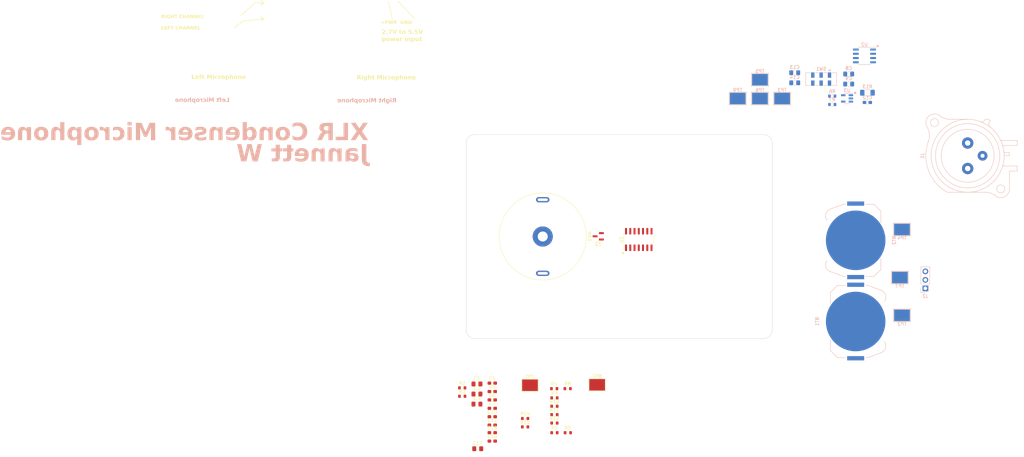
<source format=kicad_pcb>
(kicad_pcb (version 20221018) (generator pcbnew)
  (layers (0 "F.Cu" signal) (31 "B.Cu" signal) (34 "B.Paste" user) (35 "F.Paste" user) (36 "B.SilkS" user "B.Silkscreen") (37 "F.SilkS" user "F.Silkscreen") (38 "B.Mask" user) (39 "F.Mask" user) (44 "Edge.Cuts" user))
  (net 0 "")
  (net 1 "GND")
  (net 2 "Net-(Q1-S)")
  (net 3 "Net-(C15-Pad2)")
  (net 4 "/VBAT+")
  (net 5 "Net-(U1A-+)")
  (net 6 "Net-(U1C-+)")
  (net 7 "/RIGHT_MIC")
  (net 8 "Net-(C6-Pad2)")
  (net 9 "Net-(U1B--)")
  (net 10 "Net-(U1A--)")
  (net 11 "Net-(U1D--)")
  (net 12 "Net-(U1C--)")
  (net 13 "/VBAT-")
  (net 14 "+2.5V")
  (net 15 "Net-(C10-Pad2)")
  (net 16 "-2.5V")
  (net 17 "Net-(U2-BYP)")
  (net 18 "Net-(U1B-+)")
  (net 19 "Net-(C17-Pad2)")
  (net 23 "Net-(R14-Pad2)")
  (net 24 "Net-(U1D-+)")
  (net 25 "CGND")
  (net 26 "/VIN+")
  (net 27 "/VIN-")
  (footprint "Capacitor_SMD:C_0603_1608Metric_Pad1.08x0.95mm_HandSolder" (layer "F.Cu") (at 127.1565 140.279)
    (fp_text reference "C6" (at 0 -1.43) (layer "F.SilkS"))
    (fp_text value "3900pF")
    (fp_line (start -0.146267 -0.51) (end 0.146267 -0.51) (stroke (width 0.12)) (layer "F.SilkS"))
    (fp_line (start -0.146267 0.51) (end 0.146267 0.51) (stroke (width 0.12)) (layer "F.SilkS"))
    (pad "1" smd roundrect (at -0.8625 0) (size 1.075 0.95) (layers "F.Cu" "F.Paste" "F.Mask") (net 10 "Net-(U1A--)"))
    (pad "2" smd roundrect (at 0.8625 0) (size 1.075 0.95) (layers "F.Cu" "F.Paste" "F.Mask") (net 8 "Net-(C6-Pad2)"))
  )
  (footprint "Resistor_SMD:R_0603_1608Metric" (layer "F.Cu") (at 149.743 150.077)
    (fp_text reference "R5" (at 0 -1.43) (layer "F.SilkS"))
    (fp_text value "96.5K")
    (fp_line (start -0.237258 -0.5225) (end 0.237258 -0.5225) (stroke (width 0.12)) (layer "F.SilkS"))
    (fp_line (start -0.237258 0.5225) (end 0.237258 0.5225) (stroke (width 0.12)) (layer "F.SilkS"))
    (pad "1" smd roundrect (at -0.825 0) (size 0.8 0.95) (layers "F.Cu" "F.Paste" "F.Mask") (net 18 "Net-(U1B-+)"))
    (pad "2" smd roundrect (at 0.825 0) (size 0.8 0.95) (layers "F.Cu" "F.Paste" "F.Mask") (net 1 "GND"))
  )
  (footprint "Package_TO_SOT_SMD:SOT-23" (layer "F.Cu") (at 158.8285 91.379 180)
    (fp_text reference "Q1" (at 0 -2.4) (layer "F.SilkS"))
    (fp_text value "SST4416")
    (fp_line (start 0 -1.56) (end -1.675 -1.56) (stroke (width 0.12)) (layer "F.SilkS"))
    (fp_line (start 0 -1.56) (end 0.65 -1.56) (stroke (width 0.12)) (layer "F.SilkS"))
    (fp_line (start 0 1.56) (end -0.65 1.56) (stroke (width 0.12)) (layer "F.SilkS"))
    (fp_line (start 0 1.56) (end 0.65 1.56) (stroke (width 0.12)) (layer "F.SilkS"))
    (pad "1" smd roundrect (at -0.9375 -0.95 180) (size 1.475 0.6) (layers "F.Cu" "F.Paste" "F.Mask") (net 14 "+2.5V"))
    (pad "2" smd roundrect (at -0.9375 0.95 180) (size 1.475 0.6) (layers "F.Cu" "F.Paste" "F.Mask") (net 2 "Net-(Q1-S)"))
    (pad "3" smd roundrect (at 0.9375 0 180) (size 1.475 0.6) (layers "F.Cu" "F.Paste" "F.Mask") (net 7 "/RIGHT_MIC"))
  )
  (footprint "Jarrett_Footprint_Library:TestPoint_Keystone_5016_Compact" (layer "F.Cu") (at 158.496 135.763)
    (fp_text reference "TP8" (at 0 -2.54) (layer "F.SilkS"))
    (fp_text value "5016")
    (fp_line (start -2.54 -1.905) (end 2.54 -1.905) (stroke (width 0.15)) (layer "F.SilkS"))
    (fp_line (start -2.54 1.905) (end -2.54 -1.905) (stroke (width 0.15)) (layer "F.SilkS"))
    (fp_line (start 2.54 -1.905) (end 2.54 1.905) (stroke (width 0.15)) (layer "F.SilkS"))
    (fp_line (start 2.54 1.905) (end -2.54 1.905) (stroke (width 0.15)) (layer "F.SilkS"))
    (pad "1" smd rect (at 0 0) (size 4.699 3.429) (layers "F.Cu" "F.Paste" "F.Mask") (net 19 "Net-(C17-Pad2)"))
  )
  (footprint "Capacitor_SMD:C_0805_2012Metric_Pad1.18x1.45mm_HandSolder" (layer "F.Cu") (at 122.5765 138.519)
    (fp_text reference "C2" (at 0 -1.68) (layer "F.SilkS"))
    (fp_text value "10uF")
    (fp_line (start -0.261252 -0.735) (end 0.261252 -0.735) (stroke (width 0.12)) (layer "F.SilkS"))
    (fp_line (start -0.261252 0.735) (end 0.261252 0.735) (stroke (width 0.12)) (layer "F.SilkS"))
    (pad "1" smd roundrect (at -1.0375 0) (size 1.175 1.45) (layers "F.Cu" "F.Paste" "F.Mask") (roundrect_rratio 0.212766) (net 14 "+2.5V"))
    (pad "2" smd roundrect (at 1.0375 0) (size 1.175 1.45) (layers "F.Cu" "F.Paste" "F.Mask") (roundrect_rratio 0.212766) (net 1 "GND"))
  )
  (footprint "MountingHole:MountingHole_3.2mm_M3_ISO14580" (layer "F.Cu") (at 207.01 64.77)
    (fp_text reference "H3" hide)
    (fp_text value "MountingHole_Pad")
    (pad "" np_thru_hole circle (at 0 0) (size 3.2 3.2) (drill 3.2) (layers "*.Cu" "*.Mask"))
  )
  (footprint "Package_SO:SOIC-14_3.9x8.7mm_P1.27mm" (layer "F.Cu") (at 170.942 92.329 90)
    (fp_text reference "U1" (at 0 -5.28 90) (layer "F.SilkS"))
    (fp_text value "AD8618ARZ")
    (fp_line (start 0 -4.435) (end -3.45 -4.435) (stroke (width 0.12)) (layer "F.SilkS"))
    (fp_line (start 0 -4.435) (end 1.95 -4.435) (stroke (width 0.12)) (layer "F.SilkS"))
    (fp_line (start 0 4.435) (end -1.95 4.435) (stroke (width 0.12)) (layer "F.SilkS"))
    (fp_line (start 0 4.435) (end 1.95 4.435) (stroke (width 0.12)) (layer "F.SilkS"))
    (pad "1" smd roundrect (at -2.475 -3.81 90) (size 1.95 0.6) (layers "F.Cu" "F.Paste" "F.Mask") (net 8 "Net-(C6-Pad2)"))
    (pad "2" smd roundrect (at -2.475 -2.54 90) (size 1.95 0.6) (layers "F.Cu" "F.Paste" "F.Mask") (net 10 "Net-(U1A--)"))
    (pad "3" smd roundrect (at -2.475 -1.27 90) (size 1.95 0.6) (layers "F.Cu" "F.Paste" "F.Mask") (net 5 "Net-(U1A-+)"))
    (pad "4" smd roundrect (at -2.475 0 90) (size 1.95 0.6) (layers "F.Cu" "F.Paste" "F.Mask") (net 14 "+2.5V"))
    (pad "5" smd roundrect (at -2.475 1.27 90) (size 1.95 0.6) (layers "F.Cu" "F.Paste" "F.Mask") (net 18 "Net-(U1B-+)"))
    (pad "6" smd roundrect (at -2.475 2.54 90) (size 1.95 0.6) (layers "F.Cu" "F.Paste" "F.Mask") (net 9 "Net-(U1B--)"))
    (pad "7" smd roundrect (at -2.475 3.81 90) (size 1.95 0.6) (layers "F.Cu" "F.Paste" "F.Mask") (net 9 "Net-(U1B--)"))
    (pad "8" smd roundrect (at 2.475 3.81 90) (size 1.95 0.6) (layers "F.Cu" "F.Paste" "F.Mask") (net 12 "Net-(U1C--)"))
    (pad "9" smd roundrect (at 2.475 2.54 90) (size 1.95 0.6) (layers "F.Cu" "F.Paste" "F.Mask") (net 12 "Net-(U1C--)"))
    (pad "10" smd roundrect (at 2.475 1.27 90) (size 1.95 0.6) (layers "F.Cu" "F.Paste" "F.Mask") (net 6 "Net-(U1C-+)"))
    (pad "11" smd roundrect (at 2.475 0 90) (size 1.95 0.6) (layers "F.Cu" "F.Paste" "F.Mask") (net 16 "-2.5V"))
    (pad "12" smd roundrect (at 2.475 -1.27 90) (size 1.95 0.6) (layers "F.Cu" "F.Paste" "F.Mask") (net 24 "Net-(U1D-+)"))
    (pad "13" smd roundrect (at 2.475 -2.54 90) (size 1.95 0.6) (layers "F.Cu" "F.Paste" "F.Mask") (net 11 "Net-(U1D--)"))
    (pad "14" smd roundrect (at 2.475 -3.81 90) (size 1.95 0.6) (layers "F.Cu" "F.Paste" "F.Mask") (net 11 "Net-(U1D--)"))
  )
  (footprint "Resistor_SMD:R_0603_1608Metric" (layer "F.Cu") (at 145.733 147.193)
    (fp_text reference "R12" (at 0 -1.43) (layer "F.SilkS"))
    (fp_text value "1MEG")
    (fp_line (start -0.237258 -0.5225) (end 0.237258 -0.5225) (stroke (width 0.12)) (layer "F.SilkS"))
    (fp_line (start -0.237258 0.5225) (end 0.237258 0.5225) (stroke (width 0.12)) (layer "F.SilkS"))
    (pad "1" smd roundrect (at -0.825 0) (size 0.8 0.95) (layers "F.Cu" "F.Paste" "F.Mask") (net 19 "Net-(C17-Pad2)"))
    (pad "2" smd roundrect (at 0.825 0) (size 0.8 0.95) (layers "F.Cu" "F.Paste" "F.Mask") (net 1 "GND"))
  )
  (footprint "Resistor_SMD:R_0603_1608Metric" (layer "F.Cu") (at 136.97 145.826)
    (fp_text reference "R14" (at 0 -1.43) (layer "F.SilkS"))
    (fp_text value "0")
    (fp_line (start -0.237258 -0.5225) (end 0.237258 -0.5225) (stroke (width 0.12)) (layer "F.SilkS"))
    (fp_line (start -0.237258 0.5225) (end 0.237258 0.5225) (stroke (width 0.12)) (layer "F.SilkS"))
    (pad "1" smd roundrect (at -0.825 0) (size 0.8 0.95) (layers "F.Cu" "F.Paste" "F.Mask") (net 18 "Net-(U1B-+)"))
    (pad "2" smd roundrect (at 0.825 0) (size 0.8 0.95) (layers "F.Cu" "F.Paste" "F.Mask") (net 23 "Net-(R14-Pad2)"))
  )
  (footprint "Jarrett_Footprint_Library:JLI-2555BXZ3-GP" (layer "F.Cu") (at 142.24 91.44 -90)
    (fp_text reference "MK1" (at 0 -14 -90 unlocked) (layer "F.SilkS"))
    (fp_text value "JLI-2555BXZ3-GP")
    (fp_circle (center 0 0) (end 0 -13) (stroke (width 0.12)) (fill none) (layer "F.SilkS"))
    (pad "1" thru_hole circle (at 0 0) (size 6 6) (drill 3) (layers "*.Cu" "*.Mask") (net 7 "/RIGHT_MIC"))
    (pad "2" thru_hole oval (at -11 0) (size 4 1.524) (drill oval 3 0.762) (layers "*.Cu" "*.Mask") (net 1 "GND"))
    (pad "2" thru_hole oval (at 11 0) (size 4 1.524) (drill oval 3 0.762) (layers "*.Cu" "*.Mask") (net 1 "GND"))
  )
  (footprint "MountingHole:MountingHole_3.2mm_M3_ISO14580" (layer "F.Cu") (at 123.19 118.11)
    (fp_text reference "H1" hide)
    (fp_text value "MountingHole_Pad")
    (pad "" np_thru_hole circle (at 0 0) (size 3.2 3.2) (drill 3.2) (layers "*.Cu" "*.Mask"))
  )
  (footprint "Resistor_SMD:R_0603_1608Metric" (layer "F.Cu") (at 145.733 139.663)
    (fp_text reference "R9" (at 0 -1.43) (layer "F.SilkS"))
    (fp_text value "312K")
    (fp_line (start -0.237258 -0.5225) (end 0.237258 -0.5225) (stroke (width 0.12)) (layer "F.SilkS"))
    (fp_line (start -0.237258 0.5225) (end 0.237258 0.5225) (stroke (width 0.12)) (layer "F.SilkS"))
    (pad "1" smd roundrect (at -0.825 0) (size 0.8 0.95) (layers "F.Cu" "F.Paste" "F.Mask") (net 6 "Net-(U1C-+)"))
    (pad "2" smd roundrect (at 0.825 0) (size 0.8 0.95) (layers "F.Cu" "F.Paste" "F.Mask") (net 1 "GND"))
  )
  (footprint "Capacitor_SMD:C_0805_2012Metric_Pad1.18x1.45mm_HandSolder" (layer "F.Cu") (at 122.5765 141.529)
    (fp_text reference "C3" (at 0 -1.68) (layer "F.SilkS"))
    (fp_text value "10uF")
    (fp_line (start -0.261252 -0.735) (end 0.261252 -0.735) (stroke (width 0.12)) (layer "F.SilkS"))
    (fp_line (start -0.261252 0.735) (end 0.261252 0.735) (stroke (width 0.12)) (layer "F.SilkS"))
    (pad "1" smd roundrect (at -1.0375 0) (size 1.175 1.45) (layers "F.Cu" "F.Paste" "F.Mask") (roundrect_rratio 0.212766) (net 1 "GND"))
    (pad "2" smd roundrect (at 1.0375 0) (size 1.175 1.45) (layers "F.Cu" "F.Paste" "F.Mask") (roundrect_rratio 0.212766) (net 16 "-2.5V"))
  )
  (footprint "Jarrett_Footprint_Library:TestPoint_Keystone_5016_Compact" (layer "F.Cu") (at 138.43 135.89)
    (fp_text reference "TP1" (at 0 -2.54) (layer "F.SilkS"))
    (fp_text value "5016")
    (fp_line (start -2.54 -1.905) (end 2.54 -1.905) (stroke (width 0.15)) (layer "F.SilkS"))
    (fp_line (start -2.54 1.905) (end -2.54 -1.905) (stroke (width 0.15)) (layer "F.SilkS"))
    (fp_line (start 2.54 -1.905) (end 2.54 1.905) (stroke (width 0.15)) (layer "F.SilkS"))
    (fp_line (start 2.54 1.905) (end -2.54 1.905) (stroke (width 0.15)) (layer "F.SilkS"))
    (pad "1" smd rect (at 0 0) (size 4.699 3.429) (layers "F.Cu" "F.Paste" "F.Mask") (net 5 "Net-(U1A-+)"))
  )
  (footprint "Resistor_SMD:R_0603_1608Metric" (layer "F.Cu") (at 145.733 142.173)
    (fp_text reference "R10" (at 0 -1.43) (layer "F.SilkS"))
    (fp_text value "78.1K")
    (fp_line (start -0.237258 -0.5225) (end 0.237258 -0.5225) (stroke (width 0.12)) (layer "F.SilkS"))
    (fp_line (start -0.237258 0.5225) (end 0.237258 0.5225) (stroke (width 0.12)) (layer "F.SilkS"))
    (pad "1" smd roundrect (at -0.825 0) (size 0.8 0.95) (layers "F.Cu" "F.Paste" "F.Mask") (net 3 "Net-(C15-Pad2)"))
    (pad "2" smd roundrect (at 0.825 0) (size 0.8 0.95) (layers "F.Cu" "F.Paste" "F.Mask") (net 11 "Net-(U1D--)"))
  )
  (footprint "Resistor_SMD:R_0603_1608Metric" (layer "F.Cu") (at 145.733 150.077)
    (fp_text reference "R1" (at 0 -1.43) (layer "F.SilkS"))
    (fp_text value "2.21K")
    (fp_line (start -0.237258 -0.5225) (end 0.237258 -0.5225) (stroke (width 0.12)) (layer "F.SilkS"))
    (fp_line (start -0.237258 0.5225) (end 0.237258 0.5225) (stroke (width 0.12)) (layer "F.SilkS"))
    (pad "1" smd roundrect (at -0.825 0) (size 0.8 0.95) (layers "F.Cu" "F.Paste" "F.Mask") (net 2 "Net-(Q1-S)"))
    (pad "2" smd roundrect (at 0.825 0) (size 0.8 0.95) (layers "F.Cu" "F.Paste" "F.Mask") (net 1 "GND"))
  )
  (footprint "Capacitor_SMD:C_0603_1608Metric_Pad1.08x0.95mm_HandSolder" (layer "F.Cu") (at 127.1565 150.068)
    (fp_text reference "C15" (at 0 -1.43) (layer "F.SilkS"))
    (fp_text value "0.01uF")
    (fp_line (start -0.146267 -0.51) (end 0.146267 -0.51) (stroke (width 0.12)) (layer "F.SilkS"))
    (fp_line (start -0.146267 0.51) (end 0.146267 0.51) (stroke (width 0.12)) (layer "F.SilkS"))
    (pad "1" smd roundrect (at -0.8625 0) (size 1.075 0.95) (layers "F.Cu" "F.Paste" "F.Mask") (net 12 "Net-(U1C--)"))
    (pad "2" smd roundrect (at 0.8625 0) (size 1.075 0.95) (layers "F.Cu" "F.Paste" "F.Mask") (net 3 "Net-(C15-Pad2)"))
  )
  (footprint "Jarrett_Footprint_Library:Trans_Symbol" (layer "F.Cu") (at 55.88 67.31)
    (fp_text reference "SYMBOL1" hide)
    (fp_text value "~")
    (fp_circle (center 0 0) (end 0.508 0) (stroke (width 0.2)) (fill none) (layer "F.SilkS"))
    (fp_poly (pts (xy -1.016 -0.889) (xy -0.889 -0.889) (xy -0.889 -0.508) (xy -1.016 -0.508)) (fill solid) (layer "F.SilkS"))
    (fp_poly (pts (xy -0.508 -1.016) (xy -0.508 -0.889) (xy -0.889 -0.889) (xy -0.889 -1.016)) (fill solid) (layer "F.SilkS"))
    (fp_poly (pts (xy -0.381 -0.381) (xy -0.381 -0.254) (xy -1.016 -0.889) (xy -1.016 -1.016)) (fill solid) (layer "F.SilkS"))
    (fp_poly (pts (xy -0.381 -0.381) (xy -0.254 -0.381) (xy -0.889 -1.016) (xy -1.016 -1.016)) (fill solid) (layer "F.SilkS"))
    (fp_poly (pts (xy -0.3175 -0.6985) (xy -0.6985 -0.3175) (xy -0.8255 -0.4445) (xy -0.4445 -0.8255)) (fill solid) (layer "F.SilkS"))
    (fp_poly (pts (xy 0.1016 1.3462) (xy -0.1016 1.3462) (xy -0.1016 0.5842) (xy 0.1016 0.5842)) (fill solid) (layer "F.SilkS"))
    (fp_poly (pts (xy 0.3302 1.0414) (xy -0.3302 1.0414) (xy -0.3302 0.8636) (xy 0.3302 0.8636)) (fill solid) (layer "F.SilkS"))
    (fp_poly (pts (xy 0.381 -0.381) (xy 0.254 -0.381) (xy 0.889 -1.016) (xy 1.016 -1.016)) (fill solid) (layer "F.SilkS"))
    (fp_poly (pts (xy 0.381 -0.381) (xy 0.381 -0.254) (xy 1.016 -0.889) (xy 1.016 -1.016)) (fill solid) (layer "F.SilkS"))
    (fp_poly (pts (xy 0.889 -1.016) (xy 0.889 -0.889) (xy 0.508 -0.889) (xy 0.508 -1.016)) (fill solid) (layer "F.SilkS"))
    (fp_poly (pts (xy 1.016 -0.508) (xy 0.889 -0.508) (xy 0.889 -0.889) (xy 1.016 -0.889)) (fill solid) (layer "F.SilkS"))
  )
  (footprint "Capacitor_SMD:C_0603_1608Metric_Pad1.08x0.95mm_HandSolder" (layer "F.Cu") (at 127.1565 137.769)
    (fp_text reference "C5" (at 0 -1.43) (layer "F.SilkS"))
    (fp_text value "0.1uF")
    (fp_line (start -0.146267 -0.51) (end 0.146267 -0.51) (stroke (width 0.12)) (layer "F.SilkS"))
    (fp_line (start -0.146267 0.51) (end 0.146267 0.51) (stroke (width 0.12)) (layer "F.SilkS"))
    (pad "1" smd roundrect (at -0.8625 0) (size 1.075 0.95) (layers "F.Cu" "F.Paste" "F.Mask") (net 1 "GND"))
    (pad "2" smd roundrect (at 0.8625 0) (size 1.075 0.95) (layers "F.Cu" "F.Paste" "F.Mask") (net 16 "-2.5V"))
  )
  (footprint "Capacitor_SMD:C_0805_2012Metric_Pad1.18x1.45mm_HandSolder" (layer "F.Cu") (at 122.5765 135.509)
    (fp_text reference "C1" (at 0 -1.68) (layer "F.SilkS"))
    (fp_text value "10uF")
    (fp_line (start -0.261252 -0.735) (end 0.261252 -0.735) (stroke (width 0.12)) (layer "F.SilkS"))
    (fp_line (start -0.261252 0.735) (end 0.261252 0.735) (stroke (width 0.12)) (layer "F.SilkS"))
    (pad "1" smd roundrect (at -1.0375 0) (size 1.175 1.45) (layers "F.Cu" "F.Paste" "F.Mask") (roundrect_rratio 0.212766) (net 2 "Net-(Q1-S)"))
    (pad "2" smd roundrect (at 1.0375 0) (size 1.175 1.45) (layers "F.Cu" "F.Paste" "F.Mask") (roundrect_rratio 0.212766) (net 5 "Net-(U1A-+)"))
  )
  (footprint "Resistor_SMD:R_0603_1608Metric" (layer "F.Cu") (at 145.733 144.683)
    (fp_text reference "R11" (at 0 -1.43) (layer "F.SilkS"))
    (fp_text value "119K")
    (fp_line (start -0.237258 -0.5225) (end 0.237258 -0.5225) (stroke (width 0.12)) (layer "F.SilkS"))
    (fp_line (start -0.237258 0.5225) (end 0.237258 0.5225) (stroke (width 0.12)) (layer "F.SilkS"))
    (pad "1" smd roundrect (at -0.825 0) (size 0.8 0.95) (layers "F.Cu" "F.Paste" "F.Mask") (net 24 "Net-(U1D-+)"))
    (pad "2" smd roundrect (at 0.825 0) (size 0.8 0.95) (layers "F.Cu" "F.Paste" "F.Mask") (net 1 "GND"))
  )
  (footprint "Capacitor_SMD:C_0603_1608Metric_Pad1.08x0.95mm_HandSolder" (layer "F.Cu") (at 127.1565 142.789)
    (fp_text reference "C7" (at 0 -1.43) (layer "F.SilkS"))
    (fp_text value "0.01uF")
    (fp_line (start -0.146267 -0.51) (end 0.146267 -0.51) (stroke (width 0.12)) (layer "F.SilkS"))
    (fp_line (start -0.146267 0.51) (end 0.146267 0.51) (stroke (width 0.12)) (layer "F.SilkS"))
    (pad "1" smd roundrect (at -0.8625 0) (size 1.075 0.95) (layers "F.Cu" "F.Paste" "F.Mask") (net 8 "Net-(C6-Pad2)"))
    (pad "2" smd roundrect (at 0.8625 0) (size 1.075 0.95) (layers "F.Cu" "F.Paste" "F.Mask") (net 18 "Net-(U1B-+)"))
  )
  (footprint "MountingHole:MountingHole_3.2mm_M3_ISO14580" (layer "F.Cu") (at 207.01 118.11)
    (fp_text reference "H2" hide)
    (fp_text value "MountingHole_Pad")
    (pad "" np_thru_hole circle (at 0 0) (size 3.2 3.2) (drill 3.2) (layers "*.Cu" "*.Mask"))
  )
  (footprint "Resistor_SMD:R_0603_1608Metric" (layer "F.Cu") (at 136.97 148.336)
    (fp_text reference "R15" (at 0 -1.43) (layer "F.SilkS"))
    (fp_text value "0")
    (fp_line (start -0.237258 -0.5225) (end 0.237258 -0.5225) (stroke (width 0.12)) (layer "F.SilkS"))
    (fp_line (start -0.237258 0.5225) (end 0.237258 0.5225) (stroke (width 0.12)) (layer "F.SilkS"))
    (pad "1" smd roundrect (at -0.825 0) (size 0.8 0.95) (layers "F.Cu" "F.Paste" "F.Mask") (net 23 "Net-(R14-Pad2)"))
    (pad "2" smd roundrect (at 0.825 0) (size 0.8 0.95) (layers "F.Cu" "F.Paste" "F.Mask") (net 24 "Net-(U1D-+)"))
  )
  (footprint "Capacitor_SMD:C_0603_1608Metric_Pad1.08x0.95mm_HandSolder" (layer "F.Cu") (at 127.1565 135.259)
    (fp_text reference "C4" (at 0 -1.43) (layer "F.SilkS"))
    (fp_text value "0.1uF")
    (fp_line (start -0.146267 -0.51) (end 0.146267 -0.51) (stroke (width 0.12)) (layer "F.SilkS"))
    (fp_line (start -0.146267 0.51) (end 0.146267 0.51) (stroke (width 0.12)) (layer "F.SilkS"))
    (pad "1" smd roundrect (at -0.8625 0) (size 1.075 0.95) (layers "F.Cu" "F.Paste" "F.Mask") (net 14 "+2.5V"))
    (pad "2" smd roundrect (at 0.8625 0) (size 1.075 0.95) (layers "F.Cu" "F.Paste" "F.Mask") (net 1 "GND"))
  )
  (footprint "Capacitor_SMD:C_0805_2012Metric_Pad1.18x1.45mm_HandSolder" (layer "F.Cu") (at 122.809 154.864)
    (fp_text reference "C17" (at 0 -1.68) (layer "F.SilkS"))
    (fp_text value "10uF")
    (fp_line (start -0.261252 -0.735) (end 0.261252 -0.735) (stroke (width 0.12)) (layer "F.SilkS"))
    (fp_line (start -0.261252 0.735) (end 0.261252 0.735) (stroke (width 0.12)) (layer "F.SilkS"))
    (pad "1" smd roundrect (at -1.0375 0) (size 1.175 1.45) (layers "F.Cu" "F.Paste" "F.Mask") (roundrect_rratio 0.212766) (net 11 "Net-(U1D--)"))
    (pad "2" smd roundrect (at 1.0375 0) (size 1.175 1.45) (layers "F.Cu" "F.Paste" "F.Mask") (roundrect_rratio 0.212766) (net 19 "Net-(C17-Pad2)"))
  )
  (footprint "Resistor_SMD:R_0603_1608Metric" (layer "F.Cu") (at 149.679 136.906)
    (fp_text reference "R8" (at 0 -1.43) (layer "F.SilkS"))
    (fp_text value "29.8K")
    (fp_line (start -0.237258 -0.5225) (end 0.237258 -0.5225) (stroke (width 0.12)) (layer "F.SilkS"))
    (fp_line (start -0.237258 0.5225) (end 0.237258 0.5225) (stroke (width 0.12)) (layer "F.SilkS"))
    (pad "1" smd roundrect (at -0.825 0) (size 0.8 0.95) (layers "F.Cu" "F.Paste" "F.Mask") (net 15 "Net-(C10-Pad2)"))
    (pad "2" smd roundrect (at 0.825 0) (size 0.8 0.95) (layers "F.Cu" "F.Paste" "F.Mask") (net 12 "Net-(U1C--)"))
  )
  (footprint "Capacitor_SMD:C_0603_1608Metric_Pad1.08x0.95mm_HandSolder" (layer "F.Cu") (at 127.1565 147.809)
    (fp_text reference "C11" (at 0 -1.43) (layer "F.SilkS"))
    (fp_text value "0.01uF")
    (fp_line (start -0.146267 -0.51) (end 0.146267 -0.51) (stroke (width 0.12)) (layer "F.SilkS"))
    (fp_line (start -0.146267 0.51) (end 0.146267 0.51) (stroke (width 0.12)) (layer "F.SilkS"))
    (pad "1" smd roundrect (at -0.8625 0) (size 1.075 0.95) (layers "F.Cu" "F.Paste" "F.Mask") (net 15 "Net-(C10-Pad2)"))
    (pad "2" smd roundrect (at 0.8625 0) (size 1.075 0.95) (layers "F.Cu" "F.Paste" "F.Mask") (net 6 "Net-(U1C-+)"))
  )
  (footprint "Resistor_SMD:R_0603_1608Metric" (layer "F.Cu") (at 145.669 136.906)
    (fp_text reference "R4" (at 0 -1.43) (layer "F.SilkS"))
    (fp_text value "2.21K")
    (fp_line (start -0.237258 -0.5225) (end 0.237258 -0.5225) (stroke (width 0.12)) (layer "F.SilkS"))
    (fp_line (start -0.237258 0.5225) (end 0.237258 0.5225) (stroke (width 0.12)) (layer "F.SilkS"))
    (pad "1" smd roundrect (at -0.825 0) (size 0.8 0.95) (layers "F.Cu" "F.Paste" "F.Mask") (net 10 "Net-(U1A--)"))
    (pad "2" smd roundrect (at 0.825 0) (size 0.8 0.95) (layers "F.Cu" "F.Paste" "F.Mask") (net 8 "Net-(C6-Pad2)"))
  )
  (footprint "Resistor_SMD:R_0603_1608Metric" (layer "F.Cu") (at 118.173 136.673)
    (fp_text reference "R2" (at 0 -1.43) (layer "F.SilkS"))
    (fp_text value "1MEG")
    (fp_line (start -0.237258 -0.5225) (end 0.237258 -0.5225) (stroke (width 0.12)) (layer "F.SilkS"))
    (fp_line (start -0.237258 0.5225) (end 0.237258 0.5225) (stroke (width 0.12)) (layer "F.SilkS"))
    (pad "1" smd roundrect (at -0.825 0) (size 0.8 0.95) (layers "F.Cu" "F.Paste" "F.Mask") (net 5 "Net-(U1A-+)"))
    (pad "2" smd roundrect (at 0.825 0) (size 0.8 0.95) (layers "F.Cu" "F.Paste" "F.Mask") (net 1 "GND"))
  )
  (footprint "MountingHole:MountingHole_3.2mm_M3_ISO14580" (layer "F.Cu") (at 123.19 64.77)
    (fp_text reference "H4" hide)
    (fp_text value "MountingHole_Pad")
    (pad "" np_thru_hole circle (at 0 0) (size 3.2 3.2) (drill 3.2) (layers "*.Cu" "*.Mask"))
  )
  (footprint "Resistor_SMD:R_0603_1608Metric" (layer "F.Cu") (at 118.173 139.183)
    (fp_text reference "R3" (at 0 -1.43) (layer "F.SilkS"))
    (fp_text value "1K")
    (fp_line (start -0.237258 -0.5225) (end 0.237258 -0.5225) (stroke (width 0.12)) (layer "F.SilkS"))
    (fp_line (start -0.237258 0.5225) (end 0.237258 0.5225) (stroke (width 0.12)) (layer "F.SilkS"))
    (pad "1" smd roundrect (at -0.825 0) (size 0.8 0.95) (layers "F.Cu" "F.Paste" "F.Mask") (net 1 "GND"))
    (pad "2" smd roundrect (at 0.825 0) (size 0.8 0.95) (layers "F.Cu" "F.Paste" "F.Mask") (net 10 "Net-(U1A--)"))
  )
  (footprint "Capacitor_SMD:C_0603_1608Metric_Pad1.08x0.95mm_HandSolder" (layer "F.Cu") (at 127.1565 152.578)
    (fp_text reference "C16" (at 0 -1.43) (layer "F.SilkS"))
    (fp_text value "0.01uF")
    (fp_line (start -0.146267 -0.51) (end 0.146267 -0.51) (stroke (width 0.12)) (layer "F.SilkS"))
    (fp_line (start -0.146267 0.51) (end 0.146267 0.51) (stroke (width 0.12)) (layer "F.SilkS"))
    (pad "1" smd roundrect (at -0.8625 0) (size 1.075 0.95) (layers "F.Cu" "F.Paste" "F.Mask") (net 3 "Net-(C15-Pad2)"))
    (pad "2" smd roundrect (at 0.8625 0) (size 1.075 0.95) (layers "F.Cu" "F.Paste" "F.Mask") (net 24 "Net-(U1D-+)"))
  )
  (footprint "Capacitor_SMD:C_0603_1608Metric_Pad1.08x0.95mm_HandSolder" (layer "F.Cu") (at 127.1565 145.299)
    (fp_text reference "C10" (at 0 -1.43) (layer "F.SilkS"))
    (fp_text value "0.01uF")
    (fp_line (start -0.146267 -0.51) (end 0.146267 -0.51) (stroke (width 0.12)) (layer "F.SilkS"))
    (fp_line (start -0.146267 0.51) (end 0.146267 0.51) (stroke (width 0.12)) (layer "F.SilkS"))
    (pad "1" smd roundrect (at -0.8625 0) (size 1.075 0.95) (layers "F.Cu" "F.Paste" "F.Mask") (net 9 "Net-(U1B--)"))
    (pad "2" smd roundrect (at 0.8625 0) (size 1.075 0.95) (layers "F.Cu" "F.Paste" "F.Mask") (net 15 "Net-(C10-Pad2)"))
  )
  (footprint "Capacitor_SMD:C_0805_2012Metric_Pad1.18x1.45mm_HandSolder" (layer "B.Cu") (at 233.677548 45.879 180)
    (fp_text reference "C9" (at 0 1.68) (layer "B.SilkS") (effects (justify mirror)))
    (fp_text value "10uF")
    (fp_line (start -0.261252 -0.735) (end 0.261252 -0.735) (stroke (width 0.12)) (layer "B.SilkS"))
    (fp_line (start -0.261252 0.735) (end 0.261252 0.735) (stroke (width 0.12)) (layer "B.SilkS"))
    (pad "1" smd roundrect (at -1.0375 0 180) (size 1.175 1.45) (layers "B.Cu" "B.Paste" "B.Mask") (roundrect_rratio 0.212766) (net 1 "GND"))
    (pad "2" smd roundrect (at 1.0375 0 180) (size 1.175 1.45) (layers "B.Cu" "B.Paste" "B.Mask") (roundrect_rratio 0.212766) (net 27 "/VIN-"))
  )
  (footprint "Battery:BatteryHolder_Keystone_3034_1x20mm" (layer "B.Cu") (at 235.76763 92.583 90)
    (fp_text reference "BT2" (at 0 11.5 90) (layer "B.SilkS") (effects (justify mirror)))
    (fp_text value "3034")
    (fp_line (start -10.78 -3.63) (end -9.34 -7.58) (stroke (width 0.12)) (layer "B.SilkS"))
    (fp_line (start -10.78 -3) (end -10.78 -3.63) (stroke (width 0.12)) (layer "B.SilkS"))
    (fp_line (start -10.78 5.46) (end -10.78 3) (stroke (width 0.12)) (layer "B.SilkS"))
    (fp_line (start -8.7 7.54) (end -10.78 5.46) (stroke (width 0.12)) (layer "B.SilkS"))
    (fp_line (start -5.2 7.54) (end -8.7 7.54) (stroke (width 0.12)) (layer "B.SilkS"))
    (fp_line (start 8.7 7.54) (end 5.2 7.54) (stroke (width 0.12)) (layer "B.SilkS"))
    (fp_line (start 8.7 7.54) (end 10.78 5.46) (stroke (width 0.12)) (layer "B.SilkS"))
    (fp_line (start 10.78 -3.63) (end 9.34 -7.58) (stroke (width 0.12)) (layer "B.SilkS"))
    (fp_line (start 10.78 -3) (end 10.78 -3.63) (stroke (width 0.12)) (layer "B.SilkS"))
    (fp_line (start 10.78 5.46) (end 10.78 3) (stroke (width 0.12)) (layer "B.SilkS"))
    (fp_arc (start -9.34 -7.58) (mid -7.921654 -8.918738) (end -6.003354 -8.56653) (stroke (width 0.12)) (layer "B.SilkS"))
    (fp_arc (start 6 -8.55) (mid 7.90634 -8.911669) (end 9.325243 -7.588169) (stroke (width 0.12)) (layer "B.SilkS"))
    (pad "1" smd rect (at -10.985 0 90) (size 1.27 5.08) (layers "B.Cu" "B.Paste" "B.Mask") (net 1 "GND"))
    (pad "1" smd rect (at 10.985 0 90) (size 1.27 5.08) (layers "B.Cu" "B.Paste" "B.Mask") (net 1 "GND"))
    (pad "2" smd circle (at 0 0 90) (size 17.8 17.8) (layers "B.Cu" "B.Mask") (net 13 "/VBAT-"))
  )
  (footprint "Capacitor_SMD:C_0805_2012Metric_Pad1.18x1.45mm_HandSolder" (layer "B.Cu") (at 217.548548 45.498 180)
    (fp_text reference "C14" (at 0 1.68) (layer "B.SilkS") (effects (justify mirror)))
    (fp_text value "10uF")
    (fp_line (start -0.261252 -0.735) (end 0.261252 -0.735) (stroke (width 0.12)) (layer "B.SilkS"))
    (fp_line (start -0.261252 0.735) (end 0.261252 0.735) (stroke (width 0.12)) (layer "B.SilkS"))
    (pad "1" smd roundrect (at -1.0375 0 180) (size 1.175 1.45) (layers "B.Cu" "B.Paste" "B.Mask") (roundrect_rratio 0.212766) (net 14 "+2.5V"))
    (pad "2" smd roundrect (at 1.0375 0 180) (size 1.175 1.45) (layers "B.Cu" "B.Paste" "B.Mask") (roundrect_rratio 0.212766) (net 1 "GND"))
  )
  (footprint "Connector_Audio:Jack_XLR_Neutrik_NC3FAAV-0_Vertical" (layer "B.Cu") (at 269.24 71.12 -90)
    (fp_text reference "J1" (at -3.81 13.5 90) (layer "B.SilkS") (effects (justify mirror)))
    (fp_text value "XLR3")
    (fp_line (start -14.71 -6.12) (end -14.71 -5.26) (stroke (width 0.12)) (layer "B.SilkS"))
    (fp_line (start -14.71 -5.26) (end -14.44 -5.11) (stroke (width 0.12)) (layer "B.SilkS"))
    (fp_line (start -14.71 0) (end -14.71 5.24) (stroke (width 0.12)) (layer "B.SilkS"))
    (fp_line (start -14.32 -6.76) (end -14.71 -6.12) (stroke (width 0.12)) (layer "B.SilkS"))
    (fp_line (start -13.71 -6.42) (end -14.32 -6.76) (stroke (width 0.12)) (layer "B.SilkS"))
    (fp_line (start -8.37 -10.03) (end -8.37 -14.8) (stroke (width 0.12)) (layer "B.SilkS"))
    (fp_line (start -6.87 -14.8) (end -8.37 -14.8) (stroke (width 0.12)) (layer "B.SilkS"))
    (fp_line (start -6.87 -14.8) (end -6.87 -10.73) (stroke (width 0.12)) (layer "B.SilkS"))
    (fp_line (start -4.75 -11.04) (end -4.75 -12.3) (stroke (width 0.12)) (layer "B.SilkS"))
    (fp_line (start -4.07 -12.5) (end -4.55 -12.5) (stroke (width 0.12)) (layer "B.SilkS"))
    (fp_line (start -3.87 -10.9) (end -3.87 -12.3) (stroke (width 0.12)) (layer "B.SilkS"))
    (fp_line (start -0.75 -14.8) (end -0.75 -10.73) (stroke (width 0.12)) (layer "B.SilkS"))
    (fp_line (start -0.75 -10.73) (end -0.75 -10.73) (stroke (width 0.12)) (layer "B.SilkS"))
    (fp_line (start 0.75 -14.8) (end -0.75 -14.8) (stroke (width 0.12)) (layer "B.SilkS"))
    (fp_line (start 0.75 -14.8) (end 0.75 -12.5) (stroke (width 0.12)) (layer "B.SilkS"))
    (fp_line (start 0.75 -12.5) (end 6.09 -12.5) (stroke (width 0.12)) (layer "B.SilkS"))
    (fp_line (start 7.09 -5.24) (end 7.09 6.12) (stroke (width 0.12)) (layer "B.SilkS"))
    (fp_arc (start -14.71 5.24) (mid -14.98153 6.866962) (end -15.766689 8.317569) (stroke (width 0.12)) (layer "B.SilkS"))
    (fp_arc (start -14.44 -5.11) (mid -13.999461 -4.614043) (end -13.969214 -3.951372) (stroke (width 0.12)) (layer "B.SilkS"))
    (fp_arc (start -12.412202 -6.693832) (mid -13.01025 -6.315915) (end -13.71 -6.42) (stroke (width 0.12)) (layer "B.SilkS"))
    (fp_arc (start -12.38 12.13) (mid -15.65429 11.620912) (end -15.761979 8.309032) (stroke (width 0.12)) (layer "B.SilkS"))
    (fp_arc (start -12.38 12.13) (mid -10.293498 11.453642) (end -8.118081 11.733841) (stroke (width 0.12)) (layer "B.SilkS"))
    (fp_arc (start -8.37 -10.03) (mid -8.385177 -9.942924) (end -8.436364 -9.870864) (stroke (width 0.12)) (layer "B.SilkS"))
    (fp_arc (start -6.678303 -10.520799) (mid -6.814828 -10.588126) (end -6.87 -10.73) (stroke (width 0.12)) (layer "B.SilkS"))
    (fp_arc (start -4.75 -12.3) (mid -4.691421 -12.441421) (end -4.55 -12.5) (stroke (width 0.12)) (layer "B.SilkS"))
    (fp_arc (start -4.75 -11.04) (mid -4.794571 -10.914136) (end -4.908418 -10.84437) (stroke (width 0.12)) (layer "B.SilkS"))
    (fp_arc (start -4.07 -12.5) (mid -3.928579 -12.441421) (end -3.87 -12.3) (stroke (width 0.12)) (layer "B.SilkS"))
    (fp_arc (start -0.75 -10.73) (mid -0.807671 -10.585446) (end -0.949009 -10.520288) (stroke (width 0.12)) (layer "B.SilkS"))
    (fp_arc (start 6.09 -12.5) (mid 8.425869 -11.041804) (end 8.141619 -8.302858) (stroke (width 0.12)) (layer "B.SilkS"))
    (fp_arc (start 7.09 -5.24) (mid 7.360446 -6.860467) (end 8.14247 -8.305283) (stroke (width 0.12)) (layer "B.SilkS"))
    (fp_arc (start 7.09 6.12) (mid 0.51404 11.7289) (end -8.12905 11.730738) (stroke (width 0.12)) (layer "B.SilkS"))
    (fp_circle (center -13.71 9.9) (end -12.51 9.9) (stroke (width 0.12)) (fill none) (layer "B.SilkS"))
    (fp_circle (center -3.81 0) (end 4.09 0) (stroke (width 0.12)) (fill none) (layer "B.SilkS"))
    (fp_circle (center -3.81 0) (end 5.79 0) (stroke (width 0.12)) (fill none) (layer "B.SilkS"))
    (fp_circle (center -3.81 0) (end 7.09 0) (stroke (width 0.12)) (fill none) (layer "B.SilkS"))
    (fp_circle (center 6.09 -9.9) (end 7.29 -9.9) (stroke (width 0.12)) (fill none) (layer "B.SilkS"))
    (pad "1" thru_hole circle (at 0 0 270) (size 3.4 3.4) (drill 1.6) (layers "*.Cu" "*.Mask") (net 25 "CGND"))
    (pad "2" thru_hole circle (at -7.62 0 270) (size 3.4 3.4) (drill 1.6) (layers "*.Cu" "*.Mask") (net 19 "Net-(C17-Pad2)"))
    (pad "3" thru_hole circle (at -3.81 -4.45 270) (size 2.9 2.9) (drill 1.2) (layers "*.Cu" "*.Mask") (net 1 "GND"))
  )
  (footprint "Button_Switch_SMD:SW_DPDT_CK_JS202011JCQN" (layer "B.Cu") (at 225.444048 44.393 180)
    (fp_text reference "SW1" (at 0 3.05) (layer "B.SilkS") (effects (justify mirror)))
    (fp_text value "JS202011JCQN")
    (fp_line (start -4.61 -1.91) (end -3.26 -1.91) (stroke (width 0.12)) (layer "B.SilkS"))
    (fp_line (start -4.61 1.91) (end -4.61 -1.91) (stroke (width 0.12)) (layer "B.SilkS"))
    (fp_line (start -3.26 1.91) (end -4.61 1.91) (stroke (width 0.12)) (layer "B.SilkS"))
    (fp_line (start -0.76 -1.91) (end -1.74 -1.91) (stroke (width 0.12)) (layer "B.SilkS"))
    (fp_line (start -0.76 1.91) (end -1.74 1.91) (stroke (width 0.12)) (layer "B.SilkS"))
    (fp_line (start 1.74 -1.91) (end 0.76 -1.91) (stroke (width 0.12)) (layer "B.SilkS"))
    (fp_line (start 1.74 1.91) (end 0.76 1.91) (stroke (width 0.12)) (layer "B.SilkS"))
    (fp_line (start 4.61 -1.91) (end 3.26 -1.91) (stroke (width 0.12)) (layer "B.SilkS"))
    (fp_line (start 4.61 1.91) (end 3.26 1.91) (stroke (width 0.12)) (layer "B.SilkS"))
    (fp_line (start 4.61 1.91) (end 4.61 -1.91) (stroke (width 0.12)) (layer "B.SilkS"))
    (pad "1" smd rect (at -2.5 1.2 180) (size 1 1.6) (layers "B.Cu" "B.Paste" "B.Mask") (net 26 "/VIN+"))
    (pad "2" smd rect (at 0 1.2 180) (size 1 1.6) (layers "B.Cu" "B.Paste" "B.Mask") (net 4 "/VBAT+"))
    (pad "3" smd rect (at 2.5 1.2 180) (size 1 1.6) (layers "B.Cu" "B.Paste" "B.Mask"))
    (pad "4" smd rect (at -2.5 -1.2 180) (size 1 1.6) (layers "B.Cu" "B.Paste" "B.Mask") (net 27 "/VIN-"))
    (pad "5" smd rect (at 0 -1.2 180) (size 1 1.6) (layers "B.Cu" "B.Paste" "B.Mask") (net 13 "/VBAT-"))
    (pad "6" smd rect (at 2.5 -1.2 180) (size 1 1.6) (layers "B.Cu" "B.Paste" "B.Mask"))
  )
  (footprint "Package_TO_SOT_SMD:TSOT-23-5" (layer "B.Cu") (at 233.196548 50.169 180)
    (fp_text reference "U3" (at 0 2.4) (layer "B.SilkS") (effects (justify mirror)))
    (fp_text value "ADP7182AUJZ-2.5")
    (fp_line (start 0 -1.56) (end -0.8 -1.56) (stroke (width 0.12)) (layer "B.SilkS"))
    (fp_line (start 0 -1.56) (end 0.8 -1.56) (stroke (width 0.12)) (layer "B.SilkS"))
    (fp_line (start 0 1.56) (end -1.8 1.56) (stroke (width 0.12)) (layer "B.SilkS"))
    (fp_line (start 0 1.56) (end 0.8 1.56) (stroke (width 0.12)) (layer "B.SilkS"))
    (pad "1" smd roundrect (at -1.1375 0.95 180) (size 1.325 0.6) (layers "B.Cu" "B.Paste" "B.Mask") (net 1 "GND"))
    (pad "2" smd roundrect (at -1.1375 0 180) (size 1.325 0.6) (layers "B.Cu" "B.Paste" "B.Mask") (net 27 "/VIN-"))
    (pad "3" smd roundrect (at -1.1375 -0.95 180) (size 1.325 0.6) (layers "B.Cu" "B.Paste" "B.Mask") (net 27 "/VIN-"))
    (pad "4" smd roundrect (at 1.1375 -0.95 180) (size 1.325 0.6) (layers "B.Cu" "B.Paste" "B.Mask"))
    (pad "5" smd roundrect (at 1.1375 0.95 180) (size 1.325 0.6) (layers "B.Cu" "B.Paste" "B.Mask") (net 16 "-2.5V"))
  )
  (footprint "Resistor_SMD:R_0603_1608Metric" (layer "B.Cu") (at 228.757048 51.983 180)
    (fp_text reference "R7" (at 0 1.43) (layer "B.SilkS") (effects (justify mirror)))
    (fp_text value "0")
    (fp_line (start -0.237258 -0.5225) (end 0.237258 -0.5225) (stroke (width 0.12)) (layer "B.SilkS"))
    (fp_line (start -0.237258 0.5225) (end 0.237258 0.5225) (stroke (width 0.12)) (layer "B.SilkS"))
    (pad "1" smd roundrect (at -0.825 0 180) (size 0.8 0.95) (layers "B.Cu" "B.Paste" "B.Mask") (net 27 "/VIN-"))
    (pad "2" smd roundrect (at 0.825 0 180) (size 0.8 0.95) (layers "B.Cu" "B.Paste" "B.Mask") (net 16 "-2.5V"))
  )
  (footprint "Capacitor_SMD:C_0805_2012Metric_Pad1.18x1.45mm_HandSolder" (layer "B.Cu") (at 233.677548 42.869 180)
    (fp_text reference "C8" (at 0 1.68) (layer "B.SilkS") (effects (justify mirror)))
    (fp_text value "10uF")
    (fp_line (start -0.261252 -0.735) (end 0.261252 -0.735) (stroke (width 0.12)) (layer "B.SilkS"))
    (fp_line (start -0.261252 0.735) (end 0.261252 0.735) (stroke (width 0.12)) (layer "B.SilkS"))
    (pad "1" smd roundrect (at -1.0375 0 180) (size 1.175 1.45) (layers "B.Cu" "B.Paste" "B.Mask") (roundrect_rratio 0.212766) (net 26 "/VIN+"))
    (pad "2" smd roundrect (at 1.0375 0 180) (size 1.175 1.45) (layers "B.Cu" "B.Paste" "B.Mask") (roundrect_rratio 0.212766) (net 1 "GND"))
  )
  (footprint "Jarrett_Footprint_Library:TestPoint_Keystone_5016_Compact" (layer "B.Cu") (at 200.518048 50.199 180)
    (fp_text reference "TP9" (at 0 2.54) (layer "B.SilkS") (effects (justify mirror)))
    (fp_text value "5016")
    (fp_line (start -2.54 -1.905) (end -2.54 1.905) (stroke (width 0.15)) (layer "B.SilkS"))
    (fp_line (start -2.54 1.905) (end 2.54 1.905) (stroke (width 0.15)) (layer "B.SilkS"))
    (fp_line (start 2.54 -1.905) (end -2.54 -1.905) (stroke (width 0.15)) (layer "B.SilkS"))
    (fp_line (start 2.54 1.905) (end 2.54 -1.905) (stroke (width 0.15)) (layer "B.SilkS"))
    (pad "1" smd rect (at 0 0 180) (size 4.699 3.429) (layers "B.Cu" "B.Paste" "B.Mask") (net 25 "CGND"))
  )
  (footprint "Jarrett_Footprint_Library:TestPoint_Keystone_5016_Compact" (layer "B.Cu") (at 207.156048 50.199 180)
    (fp_text reference "TP6" (at 0 2.54) (layer "B.SilkS") (effects (justify mirror)))
    (fp_text value "5016")
    (fp_line (start -2.54 -1.905) (end -2.54 1.905) (stroke (width 0.15)) (layer "B.SilkS"))
    (fp_line (start -2.54 1.905) (end 2.54 1.905) (stroke (width 0.15)) (layer "B.SilkS"))
    (fp_line (start 2.54 -1.905) (end -2.54 -1.905) (stroke (width 0.15)) (layer "B.SilkS"))
    (fp_line (start 2.54 1.905) (end 2.54 -1.905) (stroke (width 0.15)) (layer "B.SilkS"))
    (pad "1" smd rect (at 0 0 180) (size 4.699 3.429) (layers "B.Cu" "B.Paste" "B.Mask") (net 14 "+2.5V"))
  )
  (footprint "Jarrett_Footprint_Library:TestPoint_Keystone_5016_Compact" (layer "B.Cu") (at 248.97563 103.696)
    (fp_text reference "TP7" (at 0 2.54) (layer "B.SilkS") (effects (justify mirror)))
    (fp_text value "5016")
    (fp_line (start -2.54 -1.905) (end -2.54 1.905) (stroke (width 0.15)) (layer "B.SilkS"))
    (fp_line (start -2.54 1.905) (end 2.54 1.905) (stroke (width 0.15)) (layer "B.SilkS"))
    (fp_line (start 2.54 -1.905) (end -2.54 -1.905) (stroke (width 0.15)) (layer "B.SilkS"))
    (fp_line (start 2.54 1.905) (end 2.54 -1.905) (stroke (width 0.15)) (layer "B.SilkS"))
    (pad "1" smd rect (at 0 0) (size 4.699 3.429) (layers "B.Cu" "B.Paste" "B.Mask") (net 1 "GND"))
  )
  (footprint "Battery:BatteryHolder_Keystone_3034_1x20mm" (layer "B.Cu") (at 235.76763 116.84 -90)
    (fp_text reference "BT1" (at 0 11.5 90) (layer "B.SilkS") (effects (justify mirror)))
    (fp_text value "3034")
    (fp_line (start -10.78 -3.63) (end -9.34 -7.58) (stroke (width 0.12)) (layer "B.SilkS"))
    (fp_line (start -10.78 -3) (end -10.78 -3.63) (stroke (width 0.12)) (layer "B.SilkS"))
    (fp_line (start -10.78 5.46) (end -10.78 3) (stroke (width 0.12)) (layer "B.SilkS"))
    (fp_line (start -8.7 7.54) (end -10.78 5.46) (stroke (width 0.12)) (layer "B.SilkS"))
    (fp_line (start -5.2 7.54) (end -8.7 7.54) (stroke (width 0.12)) (layer "B.SilkS"))
    (fp_line (start 8.7 7.54) (end 5.2 7.54) (stroke (width 0.12)) (layer "B.SilkS"))
    (fp_line (start 8.7 7.54) (end 10.78 5.46) (stroke (width 0.12)) (layer "B.SilkS"))
    (fp_line (start 10.78 -3.63) (end 9.34 -7.58) (stroke (width 0.12)) (layer "B.SilkS"))
    (fp_line (start 10.78 -3) (end 10.78 -3.63) (stroke (width 0.12)) (layer "B.SilkS"))
    (fp_line (start 10.78 5.46) (end 10.78 3) (stroke (width 0.12)) (layer "B.SilkS"))
    (fp_arc (start -9.34 -7.58) (mid -7.921654 -8.918738) (end -6.003354 -8.56653) (stroke (width 0.12)) (layer "B.SilkS"))
    (fp_arc (start 6 -8.55) (mid 7.90634 -8.911669) (end 9.325243 -7.588169) (stroke (width 0.12)) (layer "B.SilkS"))
    (pad "1" smd rect (at -10.985 0 270) (size 1.27 5.08) (layers "B.Cu" "B.Paste" "B.Mask") (net 4 "/VBAT+"))
    (pad "1" smd rect (at 10.985 0 270) (size 1.27 5.08) (layers "B.Cu" "B.Paste" "B.Mask") (net 4 "/VBAT+"))
    (pad "2" smd circle (at 0 0 270) (size 17.8 17.8) (layers "B.Cu" "B.Mask") (net 1 "GND"))
  )
  (footprint "Package_SO:SO-8_3.9x4.9mm_P1.27mm" (layer "B.Cu") (at 238.398048 37.465 180)
    (fp_text reference "U2" (at 0 3.4) (layer "B.SilkS") (effects (justify mirror)))
    (fp_text value "LT1763CS8-2.5#PBF")
    (fp_line (start 0 -2.56) (end -1.95 -2.56) (stroke (width 0.12)) (layer "B.SilkS"))
    (fp_line (start 0 -2.56) (end 1.95 -2.56) (stroke (width 0.12)) (layer "B.SilkS"))
    (fp_line (start 0 2.56) (end -3.45 2.56) (stroke (width 0.12)) (layer "B.SilkS"))
    (fp_line (start 0 2.56) (end 1.95 2.56) (stroke (width 0.12)) (layer "B.SilkS"))
    (pad "1" smd roundrect (at -2.575 1.905 180) (size 1.75 0.6) (layers "B.Cu" "B.Paste" "B.Mask") (net 14 "+2.5V"))
    (pad "2" smd roundrect (at -2.575 0.635 180) (size 1.75 0.6) (layers "B.Cu" "B.Paste" "B.Mask") (net 14 "+2.5V"))
    (pad "3" smd roundrect (at -2.575 -0.635 180) (size 1.75 0.6) (layers "B.Cu" "B.Paste" "B.Mask") (net 1 "GND"))
    (pad "4" smd roundrect (at -2.575 -1.905 180) (size 1.75 0.6) (layers "B.Cu" "B.Paste" "B.Mask") (net 17 "Net-(U2-BYP)"))
    (pad "5" smd roundrect (at 2.575 -1.905 180) (size 1.75 0.6) (layers "B.Cu" "B.Paste" "B.Mask") (net 26 "/VIN+"))
    (pad "6" smd roundrect (at 2.575 -0.635 180) (size 1.75 0.6) (layers "B.Cu" "B.Paste" "B.Mask") (net 1 "GND"))
    (pad "7" smd roundrect (at 2.575 0.635 180) (size 1.75 0.6) (layers "B.Cu" "B.Paste" "B.Mask") (net 1 "GND"))
    (pad "8" smd roundrect (at 2.575 1.905 180) (size 1.75 0.6) (layers "B.Cu" "B.Paste" "B.Mask") (net 26 "/VIN+"))
  )
  (footprint "Jarrett_Footprint_Library:TestPoint_Keystone_5016_Compact" (layer "B.Cu") (at 207.156048 44.577 180)
    (fp_text reference "TP5" (at 0 2.54) (layer "B.SilkS") (effects (justify mirror)))
    (fp_text value "5016")
    (fp_line (start -2.54 -1.905) (end -2.54 1.905) (stroke (width 0.15)) (layer "B.SilkS"))
    (fp_line (start -2.54 1.905) (end 2.54 1.905) (stroke (width 0.15)) (layer "B.SilkS"))
    (fp_line (start 2.54 -1.905) (end -2.54 -1.905) (stroke (width 0.15)) (layer "B.SilkS"))
    (fp_line (start 2.54 1.905) (end 2.54 -1.905) (stroke (width 0.15)) (layer "B.SilkS"))
    (pad "1" smd rect (at 0 0 180) (size 4.699 3.429) (layers "B.Cu" "B.Paste" "B.Mask") (net 16 "-2.5V"))
  )
  (footprint "Jarrett_Footprint_Library:TestPoint_Keystone_5016_Compact" (layer "B.Cu") (at 249.61063 114.999)
    (fp_text reference "TP2" (at 0 2.54) (layer "B.SilkS") (effects (justify mirror)))
    (fp_text value "5016")
    (fp_line (start -2.54 -1.905) (end -2.54 1.905) (stroke (width 0.15)) (layer "B.SilkS"))
    (fp_line (start -2.54 1.905) (end 2.54 1.905) (stroke (width 0.15)) (layer "B.SilkS"))
    (fp_line (start 2.54 -1.905) (end -2.54 -1.905) (stroke (width 0.15)) (layer "B.SilkS"))
    (fp_line (start 2.54 1.905) (end 2.54 -1.905) (stroke (width 0.15)) (layer "B.SilkS"))
    (pad "1" smd rect (at 0 0) (size 4.699 3.429) (layers "B.Cu" "B.Paste" "B.Mask") (net 4 "/VBAT+"))
  )
  (footprint "Connector_PinHeader_2.54mm:PinHeader_1x03_P2.54mm_Vertical" (layer "B.Cu") (at 256.59563 106.934)
    (fp_text reference "J2" (at 0 2.33) (layer "B.SilkS") (effects (justify mirror)))
    (fp_text value "Conn_01x03")
    (fp_line (start -1.33 -6.41) (end 1.33 -6.41) (stroke (width 0.12)) (layer "B.SilkS"))
    (fp_line (start -1.33 -1.27) (end -1.33 -6.41) (stroke (width 0.12)) (layer "B.SilkS"))
    (fp_line (start -1.33 -1.27) (end 1.33 -1.27) (stroke (width 0.12)) (layer "B.SilkS"))
    (fp_line (start -1.33 0) (end -1.33 1.33) (stroke (width 0.12)) (layer "B.SilkS"))
    (fp_line (start -1.33 1.33) (end 0 1.33) (stroke (width 0.12)) (layer "B.SilkS"))
    (fp_line (start 1.33 -1.27) (end 1.33 -6.41) (stroke (width 0.12)) (layer "B.SilkS"))
    (pad "1" thru_hole rect (at 0 0) (size 1.7 1.7) (drill 1) (layers "*.Cu" "*.Mask") (net 4 "/VBAT+"))
    (pad "2" thru_hole oval (at 0 -2.54) (size 1.7 1.7) (drill 1) (layers "*.Cu" "*.Mask") (net 1 "GND"))
    (pad "3" thru_hole oval (at 0 -5.08) (size 1.7 1.7) (drill 1) (layers "*.Cu" "*.Mask") (net 13 "/VBAT-"))
  )
  (footprint "Jarrett_Footprint_Library:TestPoint_Keystone_5016_Compact" (layer "B.Cu") (at 249.61063 89.345)
    (fp_text reference "TP4" (at 0 2.54) (layer "B.SilkS") (effects (justify mirror)))
    (fp_text value "5016")
    (fp_line (start -2.54 -1.905) (end -2.54 1.905) (stroke (width 0.15)) (layer "B.SilkS"))
    (fp_line (start -2.54 1.905) (end 2.54 1.905) (stroke (width 0.15)) (layer "B.SilkS"))
    (fp_line (start 2.54 -1.905) (end -2.54 -1.905) (stroke (width 0.15)) (layer "B.SilkS"))
    (fp_line (start 2.54 1.905) (end 2.54 -1.905) (stroke (width 0.15)) (layer "B.SilkS"))
    (pad "1" smd rect (at 0 0) (size 4.699 3.429) (layers "B.Cu" "B.Paste" "B.Mask") (net 13 "/VBAT-"))
  )
  (footprint "Capacitor_SMD:C_0603_1608Metric_Pad1.08x0.95mm_HandSolder" (layer "B.Cu") (at 239.260548 51.378 180)
    (fp_text reference "C12" (at 0 1.43) (layer "B.SilkS") (effects (justify mirror)))
    (fp_text value "0.01uF")
    (fp_line (start -0.146267 -0.51) (end 0.146267 -0.51) (stroke (width 0.12)) (layer "B.SilkS"))
    (fp_line (start -0.146267 0.51) (end 0.146267 0.51) (stroke (width 0.12)) (layer "B.SilkS"))
    (pad "1" smd roundrect (at -0.8625 0 180) (size 1.075 0.95) (layers "B.Cu" "B.Paste" "B.Mask") (net 17 "Net-(U2-BYP)"))
    (pad "2" smd roundrect (at 0.8625 0 180) (size 1.075 0.95) (layers "B.Cu" "B.Paste" "B.Mask") (net 14 "+2.5V"))
  )
  (footprint "Resistor_SMD:R_1206_3216Metric_Pad1.30x1.75mm_HandSolder" (layer "B.Cu") (at 239.287048 48.457 180)
    (fp_text reference "R13" (at 0 1.82) (layer "B.SilkS") (effects (justify mirror)))
    (fp_text value "5.11MEG")
    (fp_line (start -0.727064 -0.91) (end 0.727064 -0.91) (stroke (width 0.12)) (layer "B.SilkS"))
    (fp_line (start -0.727064 0.91) (end 0.727064 0.91) (stroke (width 0.12)) (layer "B.SilkS"))
    (pad "1" smd roundrect (at -1.55 0 180) (size 1.3 1.75) (layers "B.Cu" "B.Paste" "B.Mask") (roundrect_rratio 0.192308) (net 1 "GND"))
    (pad "2" smd roundrect (at 1.55 0 180) (size 1.3 1.75) (layers "B.Cu" "B.Paste" "B.Mask") (roundrect_rratio 0.192308) (net 25 "CGND"))
  )
  (footprint "Resistor_SMD:R_0603_1608Metric" (layer "B.Cu") (at 228.757048 49.473 180)
    (fp_text reference "R6" (at 0 1.43) (layer "B.SilkS") (effects (justify mirror)))
    (fp_text value "0")
    (fp_line (start -0.237258 -0.5225) (end 0.237258 -0.5225) (stroke (width 0.12)) (layer "B.SilkS"))
    (fp_line (start -0.237258 0.5225) (end 0.237258 0.5225) (stroke (width 0.12)) (layer "B.SilkS"))
    (pad "1" smd roundrect (at -0.825 0 180) (size 0.8 0.95) (layers "B.Cu" "B.Paste" "B.Mask") (net 26 "/VIN+"))
    (pad "2" smd roundrect (at 0.825 0 180) (size 0.8 0.95) (layers "B.Cu" "B.Paste" "B.Mask") (net 14 "+2.5V"))
  )
  (footprint "Capacitor_SMD:C_0805_2012Metric_Pad1.18x1.45mm_HandSolder" (layer "B.Cu") (at 217.548548 42.488 180)
    (fp_text reference "C13" (at 0 1.68) (layer "B.SilkS") (effects (justify mirror)))
    (fp_text value "10uF")
    (fp_line (start -0.261252 -0.735) (end 0.261252 -0.735) (stroke (width 0.12)) (layer "B.SilkS"))
    (fp_line (start -0.261252 0.735) (end 0.261252 0.735) (stroke (width 0.12)) (layer "B.SilkS"))
    (pad "1" smd roundrect (at -1.0375 0 180) (size 1.175 1.45) (layers "B.Cu" "B.Paste" "B.Mask") (roundrect_rratio 0.212766) (net 1 "GND"))
    (pad "2" smd roundrect (at 1.0375 0 180) (size 1.175 1.45) (layers "B.Cu" "B.Paste" "B.Mask") (roundrect_rratio 0.212766) (net 16 "-2.5V"))
  )
  (footprint "Jarrett_Footprint_Library:TestPoint_Keystone_5016_Compact" (layer "B.Cu") (at 213.794048 50.199 180)
    (fp_text reference "TP3" (at 0 2.54) (layer "B.SilkS") (effects (justify mirror)))
    (fp_text value "5016")
    (fp_line (start -2.54 -1.905) (end -2.54 1.905) (stroke (width 0.15)) (layer "B.SilkS"))
    (fp_line (start -2.54 1.905) (end 2.54 1.905) (stroke (width 0.15)) (layer "B.SilkS"))
    (fp_line (start 2.54 -1.905) (end -2.54 -1.905) (stroke (width 0.15)) (layer "B.SilkS"))
    (fp_line (start 2.54 1.905) (end 2.54 -1.905) (stroke (width 0.15)) (layer "B.SilkS"))
    (pad "1" smd rect (at 0 0 180) (size 4.699 3.429) (layers "B.Cu" "B.Paste" "B.Mask") (net 1 "GND"))
  )
  (gr_circle (center 227.984048 41.783) (end 227.730048 41.783) (stroke (width 0.15)) (fill solid) (layer "B.SilkS"))
  (gr_circle (center 242.335048 34.544) (end 242.081048 34.544) (stroke (width 0.15)) (fill solid) (layer "B.SilkS"))
  (gr_circle (center 235.604048 48.514) (end 235.350048 48.514) (stroke (width 0.15)) (fill solid) (layer "B.SilkS"))
  (gr_line (start 97.282 26.416) (end 96.139 21.082) (stroke (width 0.15)) (layer "F.SilkS"))
  (gr_line (start 50.165 29.083) (end 52.578 27.051) (stroke (width 0.15)) (layer "F.SilkS"))
  (gr_line (start 57.912 25.781) (end 58.801 26.416) (stroke (width 0.15)) (layer "F.SilkS"))
  (gr_line (start 57.912 22.225) (end 58.928 21.717) (stroke (width 0.15)) (layer "F.SilkS"))
  (gr_line (start 56.388 21.463) (end 58.928 21.717) (stroke (width 0.15)) (layer "F.SilkS"))
  (gr_line (start 58.801 26.416) (end 58.166 27.051) (stroke (width 0.15)) (layer "F.SilkS"))
  (gr_circle (center 166.243 96.393) (end 166.497 96.393) (stroke (width 0.15)) (fill solid) (layer "F.SilkS"))
  (gr_line (start 58.928 21.717) (end 57.912 22.225) (stroke (width 0.15)) (layer "F.SilkS"))
  (gr_line (start 52.578 27.051) (end 58.801 26.416) (stroke (width 0.15)) (layer "F.SilkS"))
  (gr_line (start 58.801 26.416) (end 57.912 25.781) (stroke (width 0.15)) (layer "F.SilkS"))
  (gr_line (start 58.928 21.717) (end 58.039 20.828) (stroke (width 0.15)) (layer "F.SilkS"))
  (gr_line (start 52.07 25.4) (end 56.388 21.463) (stroke (width 0.15)) (layer "F.SilkS"))
  (gr_line (start 98.933 21.082) (end 104.013 26.416) (stroke (width 0.15)) (layer "F.SilkS"))
  (gr_arc (start 121.92 121.92) (mid 120.123949 121.176051) (end 119.38 119.38) (stroke (width 0.1)) (layer "Edge.Cuts"))
  (gr_line (start 121.92 60.96) (end 208.28 60.96) (stroke (width 0.1)) (layer "Edge.Cuts"))
  (gr_arc (start 210.82 119.38) (mid 210.076051 121.176051) (end 208.28 121.92) (stroke (width 0.1)) (layer "Edge.Cuts"))
  (gr_line (start 210.82 63.5) (end 210.82 119.38) (stroke (width 0.1)) (layer "Edge.Cuts"))
  (gr_line (start 208.28 121.92) (end 121.92 121.92) (stroke (width 0.1)) (layer "Edge.Cuts"))
  (gr_line (start 119.38 119.38) (end 119.38 63.5) (stroke (width 0.1)) (layer "Edge.Cuts"))
  (gr_arc (start 119.38 63.5) (mid 120.123949 61.703949) (end 121.92 60.96) (stroke (width 0.1)) (layer "Edge.Cuts"))
  (gr_arc (start 208.28 60.96) (mid 210.076051 61.703949) (end 210.82 63.5) (stroke (width 0.1)) (layer "Edge.Cuts"))
  (gr_text "XLR Condenser Microphone" (at 90.17 63.5) (layer "B.SilkS") (effects (font (size 5.08 5.08) (thickness 1.016) bold) (justify left bottom mirror)))
  (gr_text "Jannett W" (at 90.17 69.85) (layer "B.SilkS") (effects (font (size 5.08 5.08) (thickness 1.016) bold) (justify left bottom mirror)))
  (gr_text "Right Microphone" (at 98.552 51.562) (layer "B.SilkS") (effects (font (size 1.27 1.27) (thickness 0.2) bold) (justify left bottom mirror)))
  (gr_text "Left Microphone" (at 48.641 51.435) (layer "B.SilkS") (effects (font (size 1.27 1.27) (thickness 0.2) bold) (justify left bottom mirror)))
  (gr_text "Right Microphone" (at 86.614 44.704) (layer "F.SilkS") (effects (font (size 1.27 1.27) (thickness 0.2) bold) (justify left bottom)))
  (gr_text "Left Microphone" (at 37.211 44.577) (layer "F.SilkS") (effects (font (size 1.27 1.27) (thickness 0.2) bold) (justify left bottom)))
  (gr_text "RIGHT CHANNEL\n\nLEFT CHANNEL" (at 28.194 29.718) (layer "F.SilkS") (effects (font (size 1 1) (thickness 0.2) bold) (justify left bottom)))
  (gr_text "2.7V to 5.5V\npower input" (at 94.107 33.274) (layer "F.SilkS") (effects (font (size 1.27 1.27) (thickness 0.254) bold) (justify left bottom)))
  (gr_text "+PWR  GND" (at 93.853 28.067) (layer "F.SilkS") (effects (font (size 1 1) (thickness 0.2) bold) (justify left bottom)))
)
</source>
